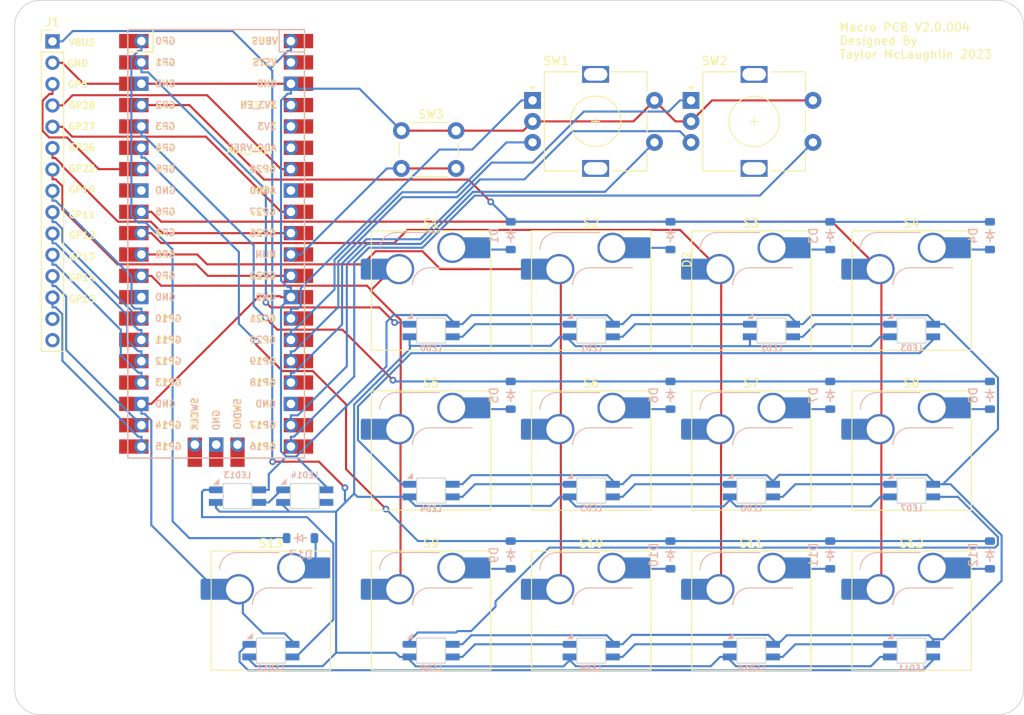
<source format=kicad_pcb>
(kicad_pcb (version 20221018) (generator pcbnew)
  (title_block (title "Macro PCB") (date "2023-12-19") (rev "2.0.004"))
  (layers (0 "F.Cu" signal) (31 "B.Cu" signal) (34 "B.Paste" user) (35 "F.Paste" user) (36 "B.SilkS" user "B.Silkscreen") (37 "F.SilkS" user "F.Silkscreen") (38 "B.Mask" user) (39 "F.Mask" user) (44 "Edge.Cuts" user))
  (net 0 "")
  (net 1 "Row 0")
  (net 2 "Net-(D1-A)")
  (net 3 "Net-(D2-A)")
  (net 4 "Net-(D3-A)")
  (net 5 "Net-(D4-A)")
  (net 6 "Row 1")
  (net 7 "Net-(D5-A)")
  (net 8 "Net-(D6-A)")
  (net 9 "Net-(D7-A)")
  (net 10 "Net-(D8-A)")
  (net 11 "Row 2")
  (net 12 "Net-(D9-A)")
  (net 13 "Net-(D10-A)")
  (net 14 "Net-(D11-A)")
  (net 15 "Net-(D12-A)")
  (net 16 "ModePin")
  (net 17 "Net-(D13-A)")
  (net 18 "GND")
  (net 19 "LED Pin")
  (net 20 "VBUS")
  (net 21 "Column 0")
  (net 22 "Column 1")
  (net 23 "Column 2")
  (net 24 "Column 3")
  (net 25 "Encoder 1 Pin A")
  (net 26 "Encoder 1 Pin B")
  (net 27 "Encoder 1 Button")
  (net 28 "Encoder 2 Pin A")
  (net 29 "Encoder 2 Pin B")
  (net 30 "Encoder 2 Button")
  (net 31 "Run")
  (net 43 "GPIO10")
  (net 44 "GPIO11")
  (net 45 "GPIO12")
  (net 46 "GPIO13")
  (net 47 "GPIO5")
  (net 48 "GPIO14")
  (net 49 "GPIO15")
  (net 50 "GPIO28")
  (net 51 "GPIO27")
  (net 52 "GPIO26")
  (net 53 "GPIO22")
  (net 56 "Net-(LED0-DOUT)")
  (net 57 "Net-(LED1-DOUT)")
  (net 58 "Net-(LED2-DOUT)")
  (net 59 "Net-(LED3-DOUT)")
  (net 60 "Net-(LED4-DOUT)")
  (net 61 "Net-(LED5-DOUT)")
  (net 62 "Net-(LED6-DOUT)")
  (net 63 "Net-(LED7-DOUT)")
  (net 64 "Net-(LED8-DOUT)")
  (net 65 "Net-(LED10-DIN)")
  (net 66 "Net-(LED10-DOUT)")
  (net 67 "Net-(LED11-DOUT)")
  (net 68 "Net-(LED13-DOUT)")
  (footprint "Button_Switch_THT:SW_PUSH_6mm_H7.3mm" (layer "F.Cu") (at 102.85 34.0525)
    (fp_text reference "SW3")
    (fp_text value "SW_Push")
  )
  (footprint "ScottoKeebs_Hotswap:Hotswap_MX_Plated_1.00u" (layer "F.Cu") (at 125.425 53.0775)
    (fp_text reference "S2")
    (fp_text value "Keyswitch")
  )
  (footprint "ScottoKeebs_Components:LED_SK6812MINI" (layer "F.Cu") (at 163.525 95.94)
    (fp_text reference "LED11")
    (fp_text value "LED_SK6812MINI" hide)
    (fp_line (start -1.7 -1.5) (end -1.7 1.5) (stroke (width 0.12)) (layer "Edge.Cuts"))
    (fp_line (start -1.7 1.5) (end 1.7 1.5) (stroke (width 0.12)) (layer "Edge.Cuts"))
    (fp_line (start 1.7 -1.5) (end -1.7 -1.5) (stroke (width 0.12)) (layer "Edge.Cuts"))
    (fp_line (start 1.7 1.5) (end 1.7 -1.5) (stroke (width 0.12)) (layer "Edge.Cuts"))
  )
  (footprint "ScottoKeebs_Hotswap:Hotswap_MX_Plated_1.00u" (layer "F.Cu") (at 144.475 72.1275)
    (fp_text reference "S7")
    (fp_text value "Keyswitch")
  )
  (footprint "ScottoKeebs_Components:LED_SK6812MINI" (layer "F.Cu") (at 163.525 76.89)
    (fp_text reference "LED7")
    (fp_text value "LED_SK6812MINI" hide)
    (fp_line (start -1.7 -1.5) (end -1.7 1.5) (stroke (width 0.12)) (layer "Edge.Cuts"))
    (fp_line (start -1.7 1.5) (end 1.7 1.5) (stroke (width 0.12)) (layer "Edge.Cuts"))
    (fp_line (start 1.7 -1.5) (end -1.7 -1.5) (stroke (width 0.12)) (layer "Edge.Cuts"))
    (fp_line (start 1.7 1.5) (end 1.7 -1.5) (stroke (width 0.12)) (layer "Edge.Cuts"))
  )
  (footprint "ScottoKeebs_Components:LED_SK6812MINI" (layer "F.Cu") (at 146.8562 57.84)
    (fp_text reference "LED2")
    (fp_text value "LED_SK6812MINI" hide)
    (fp_line (start -1.7 -1.5) (end -1.7 1.5) (stroke (width 0.12)) (layer "Edge.Cuts"))
    (fp_line (start -1.7 1.5) (end 1.7 1.5) (stroke (width 0.12)) (layer "Edge.Cuts"))
    (fp_line (start 1.7 -1.5) (end -1.7 -1.5) (stroke (width 0.12)) (layer "Edge.Cuts"))
    (fp_line (start 1.7 1.5) (end 1.7 -1.5) (stroke (width 0.12)) (layer "Edge.Cuts"))
  )
  (footprint "ScottoKeebs_Components:LED_SK6812MINI" (layer "F.Cu") (at 144.475 76.89)
    (fp_text reference "LED6")
    (fp_text value "LED_SK6812MINI" hide)
    (fp_line (start -1.7 -1.5) (end -1.7 1.5) (stroke (width 0.12)) (layer "Edge.Cuts"))
    (fp_line (start -1.7 1.5) (end 1.7 1.5) (stroke (width 0.12)) (layer "Edge.Cuts"))
    (fp_line (start 1.7 -1.5) (end -1.7 -1.5) (stroke (width 0.12)) (layer "Edge.Cuts"))
    (fp_line (start 1.7 1.5) (end 1.7 -1.5) (stroke (width 0.12)) (layer "Edge.Cuts"))
  )
  (footprint "ScottoKeebs_Hotswap:Hotswap_MX_Plated_1.00u" (layer "F.Cu") (at 87.325 91.1775)
    (fp_text reference "S13")
    (fp_text value "Keyswitch")
  )
  (footprint "ScottoKeebs_Hotswap:Hotswap_MX_Plated_1.00u" (layer "F.Cu") (at 125.425 91.1775)
    (fp_text reference "S10")
    (fp_text value "Keyswitch")
  )
  (footprint "ScottoKeebs_Components:LED_SK6812MINI" (layer "F.Cu") (at 163.525 57.84)
    (fp_text reference "LED3")
    (fp_text value "LED_SK6812MINI" hide)
    (fp_line (start -1.7 -1.5) (end -1.7 1.5) (stroke (width 0.12)) (layer "Edge.Cuts"))
    (fp_line (start -1.7 1.5) (end 1.7 1.5) (stroke (width 0.12)) (layer "Edge.Cuts"))
    (fp_line (start 1.7 -1.5) (end -1.7 -1.5) (stroke (width 0.12)) (layer "Edge.Cuts"))
    (fp_line (start 1.7 1.5) (end 1.7 -1.5) (stroke (width 0.12)) (layer "Edge.Cuts"))
  )
  (footprint "ScottoKeebs_Hotswap:Hotswap_MX_Plated_1.00u" (layer "F.Cu") (at 163.525 72.1275)
    (fp_text reference "S8")
    (fp_text value "Keyswitch")
  )
  (footprint "Rotary_Encoder:RotaryEncoder_Alps_EC11E-Switch_Vertical_H20mm" (layer "F.Cu") (at 137.3 30.4525)
    (fp_text reference "SW2")
    (fp_text value "RotaryEncoder_Switch")
  )
  (footprint "ScottoKeebs_Components:LED_SK6812MINI" (layer "F.Cu") (at 106.375 95.94)
    (fp_text reference "LED8")
    (fp_text value "LED_SK6812MINI" hide)
    (fp_line (start -1.7 -1.5) (end -1.7 1.5) (stroke (width 0.12)) (layer "Edge.Cuts"))
    (fp_line (start -1.7 1.5) (end 1.7 1.5) (stroke (width 0.12)) (layer "Edge.Cuts"))
    (fp_line (start 1.7 -1.5) (end -1.7 -1.5) (stroke (width 0.12)) (layer "Edge.Cuts"))
    (fp_line (start 1.7 1.5) (end 1.7 -1.5) (stroke (width 0.12)) (layer "Edge.Cuts"))
  )
  (footprint "ScottoKeebs_Components:LED_SK6812MINI" (layer "F.Cu") (at 125.425 95.94)
    (fp_text reference "LED9")
    (fp_text value "LED_SK6812MINI" hide)
    (fp_line (start -1.7 -1.5) (end -1.7 1.5) (stroke (width 0.12)) (layer "Edge.Cuts"))
    (fp_line (start -1.7 1.5) (end 1.7 1.5) (stroke (width 0.12)) (layer "Edge.Cuts"))
    (fp_line (start 1.7 -1.5) (end -1.7 -1.5) (stroke (width 0.12)) (layer "Edge.Cuts"))
    (fp_line (start 1.7 1.5) (end 1.7 -1.5) (stroke (width 0.12)) (layer "Edge.Cuts"))
  )
  (footprint "ScottoKeebs_Hotswap:Hotswap_MX_Plated_1.00u" (layer "F.Cu") (at 106.375 72.1275)
    (fp_text reference "S5")
    (fp_text value "Keyswitch")
  )
  (footprint "ScottoKeebs_Components:LED_SK6812MINI" (layer "F.Cu") (at 144.475 95.94)
    (fp_text reference "LED10")
    (fp_text value "LED_SK6812MINI" hide)
    (fp_line (start -1.7 -1.5) (end -1.7 1.5) (stroke (width 0.12)) (layer "Edge.Cuts"))
    (fp_line (start -1.7 1.5) (end 1.7 1.5) (stroke (width 0.12)) (layer "Edge.Cuts"))
    (fp_line (start 1.7 -1.5) (end -1.7 -1.5) (stroke (width 0.12)) (layer "Edge.Cuts"))
    (fp_line (start 1.7 1.5) (end 1.7 -1.5) (stroke (width 0.12)) (layer "Edge.Cuts"))
  )
  (footprint "ScottoKeebs_Components:LED_SK6812MINI" (layer "F.Cu") (at 83.35 77.5525)
    (fp_text reference "LED13")
    (fp_text value "LED_SK6812MINI" hide)
    (fp_line (start -1.7 -1.5) (end -1.7 1.5) (stroke (width 0.12)) (layer "Edge.Cuts"))
    (fp_line (start -1.7 1.5) (end 1.7 1.5) (stroke (width 0.12)) (layer "Edge.Cuts"))
    (fp_line (start 1.7 -1.5) (end -1.7 -1.5) (stroke (width 0.12)) (layer "Edge.Cuts"))
    (fp_line (start 1.7 1.5) (end 1.7 -1.5) (stroke (width 0.12)) (layer "Edge.Cuts"))
  )
  (footprint "Connector_PinHeader_2.54mm:PinHeader_1x15_P2.54mm_Vertical" (layer "F.Cu") (at 61.35 23.4325)
    (fp_text reference "J1")
    (fp_text value "Conn_01x15_Pin")
  )
  (footprint "ScottoKeebs_Hotswap:Hotswap_MX_Plated_1.00u" (layer "F.Cu") (at 125.425 72.1275)
    (fp_text reference "S6")
    (fp_text value "Keyswitch")
  )
  (footprint "ScottoKeebs_Hotswap:Hotswap_MX_Plated_1.00u" (layer "F.Cu") (at 163.525 91.1775)
    (fp_text reference "S12")
    (fp_text value "Keyswitch")
  )
  (footprint "ScottoKeebs_Hotswap:Hotswap_MX_Plated_1.00u" (layer "F.Cu") (at 106.375 53.0775)
    (fp_text reference "S1")
    (fp_text value "Keyswitch")
  )
  (footprint "ScottoKeebs_Hotswap:Hotswap_MX_Plated_1.00u" (layer "F.Cu") (at 163.525 53.0775)
    (fp_text reference "S4")
    (fp_text value "Keyswitch")
  )
  (footprint "ScottoKeebs_Components:LED_SK6812MINI" (layer "F.Cu") (at 125.425 76.89)
    (fp_text reference "LED5")
    (fp_text value "LED_SK6812MINI" hide)
    (fp_line (start -1.7 -1.5) (end -1.7 1.5) (stroke (width 0.12)) (layer "Edge.Cuts"))
    (fp_line (start -1.7 1.5) (end 1.7 1.5) (stroke (width 0.12)) (layer "Edge.Cuts"))
    (fp_line (start 1.7 -1.5) (end -1.7 -1.5) (stroke (width 0.12)) (layer "Edge.Cuts"))
    (fp_line (start 1.7 1.5) (end 1.7 -1.5) (stroke (width 0.12)) (layer "Edge.Cuts"))
  )
  (footprint "ScottoKeebs_Hotswap:Hotswap_MX_Plated_1.00u" (layer "F.Cu") (at 144.475 53.0775)
    (fp_text reference "S3")
    (fp_text value "Keyswitch")
  )
  (footprint "ScottoKeebs_Components:LED_SK6812MINI" (layer "F.Cu") (at 106.375 57.84)
    (fp_text reference "LED0")
    (fp_text value "LED_SK6812MINI" hide)
    (fp_line (start -1.7 -1.5) (end -1.7 1.5) (stroke (width 0.12)) (layer "Edge.Cuts"))
    (fp_line (start -1.7 1.5) (end 1.7 1.5) (stroke (width 0.12)) (layer "Edge.Cuts"))
    (fp_line (start 1.7 -1.5) (end -1.7 -1.5) (stroke (width 0.12)) (layer "Edge.Cuts"))
    (fp_line (start 1.7 1.5) (end 1.7 -1.5) (stroke (width 0.12)) (layer "Edge.Cuts"))
  )
  (footprint "ScottoKeebs_Components:LED_SK6812MINI" (layer "F.Cu") (at 87.325 95.94)
    (fp_text reference "LED12")
    (fp_text value "LED_SK6812MINI" hide)
    (fp_line (start -1.7 -1.5) (end -1.7 1.5) (stroke (width 0.12)) (layer "Edge.Cuts"))
    (fp_line (start -1.7 1.5) (end 1.7 1.5) (stroke (width 0.12)) (layer "Edge.Cuts"))
    (fp_line (start 1.7 -1.5) (end -1.7 -1.5) (stroke (width 0.12)) (layer "Edge.Cuts"))
    (fp_line (start 1.7 1.5) (end 1.7 -1.5) (stroke (width 0.12)) (layer "Edge.Cuts"))
  )
  (footprint "ScottoKeebs_Components:LED_SK6812MINI" (layer "F.Cu") (at 125.425 57.84)
    (fp_text reference "LED1")
    (fp_text value "LED_SK6812MINI" hide)
    (fp_line (start -1.7 -1.5) (end -1.7 1.5) (stroke (width 0.12)) (layer "Edge.Cuts"))
    (fp_line (start -1.7 1.5) (end 1.7 1.5) (stroke (width 0.12)) (layer "Edge.Cuts"))
    (fp_line (start 1.7 -1.5) (end -1.7 -1.5) (stroke (width 0.12)) (layer "Edge.Cuts"))
    (fp_line (start 1.7 1.5) (end 1.7 -1.5) (stroke (width 0.12)) (layer "Edge.Cuts"))
  )
  (footprint "ScottoKeebs_Components:LED_SK6812MINI" (layer "F.Cu") (at 91.35 77.5525)
    (fp_text reference "LED14")
    (fp_text value "LED_SK6812MINI" hide)
    (fp_line (start -1.7 -1.5) (end -1.7 1.5) (stroke (width 0.12)) (layer "Edge.Cuts"))
    (fp_line (start -1.7 1.5) (end 1.7 1.5) (stroke (width 0.12)) (layer "Edge.Cuts"))
    (fp_line (start 1.7 -1.5) (end -1.7 -1.5) (stroke (width 0.12)) (layer "Edge.Cuts"))
    (fp_line (start 1.7 1.5) (end 1.7 -1.5) (stroke (width 0.12)) (layer "Edge.Cuts"))
  )
  (footprint "ScottoKeebs_Hotswap:Hotswap_MX_Plated_1.00u" (layer "F.Cu") (at 106.375 91.1775)
    (fp_text reference "S9")
    (fp_text value "Keyswitch")
  )
  (footprint "ScottoKeebs_Components:LED_SK6812MINI" (layer "F.Cu") (at 106.375 76.89)
    (fp_text reference "LED4")
    (fp_text value "LED_SK6812MINI" hide)
    (fp_line (start -1.7 -1.5) (end -1.7 1.5) (stroke (width 0.12)) (layer "Edge.Cuts"))
    (fp_line (start -1.7 1.5) (end 1.7 1.5) (stroke (width 0.12)) (layer "Edge.Cuts"))
    (fp_line (start 1.7 -1.5) (end -1.7 -1.5) (stroke (width 0.12)) (layer "Edge.Cuts"))
    (fp_line (start 1.7 1.5) (end 1.7 -1.5) (stroke (width 0.12)) (layer "Edge.Cuts"))
  )
  (footprint "ScottoKeebs_MCU:Raspberry_Pi_Pico" (layer "F.Cu") (at 80.8162 47.5213)
    (fp_text reference "U1" hide)
    (fp_text value "Raspberry_Pi_Pico" hide)
  )
  (footprint "Rotary_Encoder:RotaryEncoder_Alps_EC11E-Switch_Vertical_H20mm" (layer "F.Cu") (at 118.45 30.4525)
    (fp_text reference "SW1")
    (fp_text value "RotaryEncoder_Switch")
  )
  (footprint "ScottoKeebs_Hotswap:Hotswap_MX_Plated_1.00u" (layer "F.Cu") (at 144.475 91.1775)
    (fp_text reference "S11")
    (fp_text value "Keyswitch")
  )
  (footprint "ScottoKeebs_Components:Diode_SOD-123" (layer "B.Cu") (at 90.85 82.5525)
    (fp_text reference "D13")
    (fp_text value "Diode")
  )
  (footprint "ScottoKeebs_Components:Diode_SOD-123" (layer "B.Cu") (at 172.85 84.5525 -90)
    (fp_text reference "D12")
    (fp_text value "Diode")
  )
  (footprint "ScottoKeebs_Components:Diode_SOD-123" (layer "B.Cu") (at 134.85 65.5525 -90)
    (fp_text reference "D6")
    (fp_text value "Diode")
  )
  (footprint "ScottoKeebs_Components:Diode_SOD-123" (layer "B.Cu") (at 134.85 46.5525 -90)
    (fp_text reference "D2")
    (fp_text value "Diode")
  )
  (footprint "ScottoKeebs_Components:Diode_SOD-123" (layer "B.Cu") (at 153.85 46.5525 -90)
    (fp_text reference "D3")
    (fp_text value "Diode")
  )
  (footprint "ScottoKeebs_Components:Diode_SOD-123" (layer "B.Cu") (at 172.85 65.5525 -90)
    (fp_text reference "D8")
    (fp_text value "Diode")
  )
  (footprint "ScottoKeebs_Components:Diode_SOD-123" (layer "B.Cu") (at 115.85 65.5525 -90)
    (fp_text reference "D5")
    (fp_text value "Diode")
  )
  (footprint "ScottoKeebs_Components:Diode_SOD-123" (layer "B.Cu") (at 153.85 65.5525 -90)
    (fp_text reference "D7")
    (fp_text value "Diode")
  )
  (footprint "ScottoKeebs_Components:Diode_SOD-123" (layer "B.Cu") (at 153.85 84.5525 -90)
    (fp_text reference "D11")
    (fp_text value "Diode")
  )
  (footprint "ScottoKeebs_Components:Diode_SOD-123" (layer "B.Cu") (at 134.85 84.5525 -90)
    (fp_text reference "D10")
    (fp_text value "Diode")
  )
  (footprint "ScottoKeebs_Components:Diode_SOD-123" (layer "B.Cu") (at 172.85 46.5525 -90)
    (fp_text reference "D4")
    (fp_text value "Diode")
  )
  (footprint "ScottoKeebs_Components:Diode_SOD-123" (layer "B.Cu") (at 115.85 84.5525 -90)
    (fp_text reference "D9")
    (fp_text value "Diode")
  )
  (footprint "ScottoKeebs_Components:Diode_SOD-123" (layer "B.Cu") (at 115.85 46.5525 -90)
    (fp_text reference "D1")
    (fp_text value "Diode")
  )
  (gr_arc (start 173.84995 18.55255) (mid 175.971286 19.431232) (end 176.84995 21.55255) (stroke (width 0.1)) (layer "Edge.Cuts"))
  (gr_line (start 59.84995 18.55255) (end 173.84995 18.55255) (stroke (width 0.1)) (layer "Edge.Cuts"))
  (gr_line (start 59.84995 103.55255) (end 173.84995 103.55255) (stroke (width 0.1)) (layer "Edge.Cuts"))
  (gr_arc (start 59.84995 103.55255) (mid 57.728644 102.673856) (end 56.84995 100.55255) (stroke (width 0.1)) (layer "Edge.Cuts"))
  (gr_line (start 176.84995 21.55255) (end 176.84995 100.55255) (stroke (width 0.1)) (layer "Edge.Cuts"))
  (gr_arc (start 56.84995 21.55255) (mid 57.72863 19.43123) (end 59.84995 18.55255) (stroke (width 0.1)) (layer "Edge.Cuts"))
  (gr_line (start 56.84995 100.55255) (end 56.84995 21.55255) (stroke (width 0.1)) (layer "Edge.Cuts"))
  (gr_arc (start 176.84995 100.55255) (mid 175.971264 102.673864) (end 173.84995 103.55255) (stroke (width 0.1)) (layer "Edge.Cuts"))
  (gr_text "GP5" (at 64.34995 28.55255) (layer "F.SilkS") (effects (font (size 0.8 0.8))))
  (gr_text "GP22" (at 64.84995 38.55255) (layer "F.SilkS") (effects (font (size 0.8 0.8))))
  (gr_text "GP15" (at 64.84995 54.09255) (layer "F.SilkS") (effects (font (size 0.8 0.8))))
  (gr_text "Macro PCB V2.0.004\nDesigned By \nTaylor McLaughlin 2023" (at 154.84995 25.55255) (layer "F.SilkS") (effects (font (size 1 1)) (justify left bottom)))
  (gr_text "GP26" (at 64.84995 36.05255) (layer "F.SilkS") (effects (font (size 0.8 0.8))))
  (gr_text "GP28" (at 64.84995 31.05255) (layer "F.SilkS") (effects (font (size 0.8 0.8))))
  (gr_text "GP12" (at 64.84995 46.51255) (layer "F.SilkS") (effects (font (size 0.8 0.8))))
  (gr_text "GP27" (at 64.84995 33.55255) (layer "F.SilkS") (effects (font (size 0.8 0.8))))
  (gr_text "GP13" (at 64.84995 49.05255) (layer "F.SilkS") (effects (font (size 0.8 0.8))))
  (gr_text "VBUS" (at 64.84995 23.55255) (layer "F.SilkS") (effects (font (size 0.8 0.8))))
  (gr_text "GP10" (at 64.84995 41.05255) (layer "F.SilkS") (effects (font (size 0.8 0.8))))
  (gr_text "GP14" (at 64.84995 51.55255) (layer "F.SilkS") (effects (font (size 0.8 0.8))))
  (gr_text "GP11" (at 64.84995 44.05255) (layer "F.SilkS") (effects (font (size 0.8 0.8))))
  (gr_text "GND" (at 64.34995 26.05255) (layer "F.SilkS") (effects (font (size 0.8 0.8))))
  (segment (start 71.9262 31.0113) (end 77.6352 31.0113) (width 0.25) (layer "F.Cu") (net 1))
  (segment (start 110.8254 39.8779) (end 113.4719 42.5244) (width 0.25) (layer "F.Cu") (net 1))
  (segment (start 77.6352 31.0113) (end 86.5018 39.8779) (width 0.25) (layer "F.Cu") (net 1))
  (segment (start 86.5018 39.8779) (end 110.8254 39.8779) (width 0.25) (layer "F.Cu") (net 1))
  (via (at 113.4719 42.5244) (size 0.8) (drill 0.4) (layers "F.Cu" "B.Cu") (net 1))
  (segment (start 153.85 44.9025) (end 134.85 44.9025) (width 0.25) (layer "B.Cu") (net 1))
  (segment (start 172.85 44.9025) (end 153.85 44.9025) (width 0.25) (layer "B.Cu") (net 1))
  (segment (start 115.85 44.9025) (end 113.4719 42.5244) (width 0.25) (layer "B.Cu") (net 1))
  (segment (start 134.85 44.9025) (end 115.85 44.9025) (width 0.25) (layer "B.Cu") (net 1))
  (segment (start 115.85 48.2025) (end 111.9 48.2025) (width 0.25) (layer "B.Cu") (net 2))
  (segment (start 111.9 48.2025) (end 111.695 47.9975) (width 0.25) (layer "B.Cu") (net 2))
  (segment (start 111.695 47.9975) (end 108.915 47.9975) (width 0.25) (layer "B.Cu") (net 2))
  (segment (start 134.645 47.9975) (end 130.745 47.9975) (width 0.25) (layer "B.Cu") (net 3))
  (segment (start 134.85 48.2025) (end 134.645 47.9975) (width 0.25) (layer "B.Cu") (net 3))
  (segment (start 130.745 47.9975) (end 127.965 47.9975) (width 0.25) (layer "B.Cu") (net 3))
  (segment (start 153.85 48.2025) (end 150 48.2025) (width 0.25) (layer "B.Cu") (net 4))
  (segment (start 150 48.2025) (end 149.795 47.9975) (width 0.25) (layer "B.Cu") (net 4))
  (segment (start 149.795 47.9975) (end 147.015 47.9975) (width 0.25) (layer "B.Cu") (net 4))
  (segment (start 168.845 47.9975) (end 166.065 47.9975) (width 0.25) (layer "B.Cu") (net 5))
  (segment (start 169.05 48.2025) (end 168.845 47.9975) (width 0.25) (layer "B.Cu") (net 5))
  (segment (start 172.85 48.2025) (end 169.05 48.2025) (width 0.25) (layer "B.Cu") (net 5))
  (segment (start 86.6793 56.3209) (end 88.0967 57.7383) (width 0.25) (layer "F.Cu") (net 6))
  (segment (start 88.0967 57.7383) (end 95.8312 57.7383) (width 0.25) (layer "F.Cu") (net 6))
  (segment (start 95.8312 57.7383) (end 101.8469 63.754) (width 0.25) (layer "F.Cu") (net 6))
  (via (at 86.6793 56.3209) (size 0.8) (drill 0.4) (layers "F.Cu" "B.Cu") (net 6))
  (via (at 101.8469 63.754) (size 0.8) (drill 0.4) (layers "F.Cu" "B.Cu") (net 6))
  (segment (start 71.9262 33.5513) (end 71.9262 34.7266) (width 0.25) (layer "B.Cu") (net 6))
  (segment (start 101.9954 63.9025) (end 101.8469 63.754) (width 0.25) (layer "B.Cu") (net 6))
  (segment (start 153.85 63.9025) (end 172.85 63.9025) (width 0.25) (layer "B.Cu") (net 6))
  (segment (start 72.2935 34.7266) (end 85.2783 47.7114) (width 0.25) (layer "B.Cu") (net 6))
  (segment (start 85.2783 47.7114) (end 85.2783 54.92) (width 0.25) (layer "B.Cu") (net 6))
  (segment (start 134.85 63.9025) (end 153.85 63.9025) (width 0.25) (layer "B.Cu") (net 6))
  (segment (start 71.9262 34.7266) (end 72.2935 34.7266) (width 0.25) (layer "B.Cu") (net 6))
  (segment (start 85.2783 54.92) (end 85.2784 54.92) (width 0.25) (layer "B.Cu") (net 6))
  (segment (start 115.85 63.9025) (end 134.85 63.9025) (width 0.25) (layer "B.Cu") (net 6))
  (segment (start 85.2784 54.92) (end 86.6793 56.3209) (width 0.25) (layer "B.Cu") (net 6))
  (segment (start 115.85 63.9025) (end 101.9954 63.9025) (width 0.25) (layer "B.Cu") (net 6))
  (segment (start 111.695 67.0475) (end 108.915 67.0475) (width 0.25) (layer "B.Cu") (net 7))
  (segment (start 115.85 67.2025) (end 111.85 67.2025) (width 0.25) (layer "B.Cu") (net 7))
  (segment (start 111.85 67.2025) (end 111.695 67.0475) (width 0.25) (layer "B.Cu") (net 7))
  (segment (start 130.745 67.0475) (end 127.965 67.0475) (width 0.25) (layer "B.Cu") (net 8))
  (segment (start 130.9 67.2025) (end 130.745 67.0475) (width 0.25) (layer "B.Cu") (net 8))
  (segment (start 134.85 67.2025) (end 130.9 67.2025) (width 0.25) (layer "B.Cu") (net 8))
  (segment (start 149.795 67.0475) (end 147.015 67.0475) (width 0.25) (layer "B.Cu") (net 9))
  (segment (start 149.95 67.2025) (end 149.795 67.0475) (width 0.25) (layer "B.Cu") (net 9))
  (segment (start 153.85 67.2025) (end 149.95 67.2025) (width 0.25) (layer "B.Cu") (net 9))
  (segment (start 169 67.2025) (end 168.845 67.0475) (width 0.25) (layer "B.Cu") (net 10))
  (segment (start 168.845 67.0475) (end 166.065 67.0475) (width 0.25) (layer "B.Cu") (net 10))
  (segment (start 172.85 67.2025) (end 169 67.2025) (width 0.25) (layer "B.Cu") (net 10))
  (segment (start 92.309 62.6667) (end 96.2631 66.6208) (width 0.25) (layer "F.Cu") (net 11))
  (segment (start 96.2631 74.3418) (end 101.0115 79.0902) (width 0.25) (layer "F.Cu") (net 11))
  (segment (start 96.2631 66.6208) (end 96.2631 74.3418) (width 0.25) (layer "F.Cu") (net 11))
  (segment (start 88.7067 62.6667) (end 92.309 62.6667) (width 0.25) (layer "F.Cu") (net 11))
  (segment (start 85.5861 59.1151) (end 85.5861 59.5461) (width 0.25) (layer "F.Cu") (net 11))
  (segment (start 85.5861 59.5461) (end 88.7067 62.6667) (width 0.25) (layer "F.Cu") (net 11))
  (via (at 85.5861 59.1151) (size 0.8) (drill 0.4) (layers "F.Cu" "B.Cu") (net 11))
  (via (at 101.0115 79.0902) (size 0.8) (drill 0.4) (layers "F.Cu" "B.Cu") (net 11))
  (segment (start 72.2935 37.2666) (end 83.5173 48.4904) (width 0.25) (layer "B.Cu") (net 11))
  (segment (start 71.9262 37.2666) (end 72.2935 37.2666) (width 0.25) (layer "B.Cu") (net 11))
  (segment (start 83.5173 57.0463) (end 85.5861 59.1151) (width 0.25) (layer "B.Cu") (net 11))
  (segment (start 104.8238 82.9025) (end 115.85 82.9025) (width 0.25) (layer "B.Cu") (net 11))
  (segment (start 115.85 82.9025) (end 134.85 82.9025) (width 0.25) (layer "B.Cu") (net 11))
  (segment (start 83.5173 48.4904) (end 83.5173 57.0463) (width 0.25) (layer "B.Cu") (net 11))
  (segment (start 153.85 82.9025) (end 172.85 82.9025) (width 0.25) (layer "B.Cu") (net 11))
  (segment (start 101.0115 79.0902) (end 104.8238 82.9025) (width 0.25) (layer "B.Cu") (net 11))
  (segment (start 71.9262 36.0913) (end 71.9262 37.2666) (width 0.25) (layer "B.Cu") (net 11))
  (segment (start 134.85 82.9025) (end 153.85 82.9025) (width 0.25) (layer "B.Cu") (net 11))
  (segment (start 115.85 86.2025) (end 111.8 86.2025) (width 0.25) (layer "B.Cu") (net 12))
  (segment (start 111.8 86.2025) (end 111.695 86.0975) (width 0.25) (layer "B.Cu") (net 12))
  (segment (start 111.695 86.0975) (end 108.915 86.0975) (width 0.25) (layer "B.Cu") (net 12))
  (segment (start 134.85 86.2025) (end 130.85 86.2025) (width 0.25) (layer "B.Cu") (net 13))
  (segment (start 130.85 86.2025) (end 130.745 86.0975) (width 0.25) (layer "B.Cu") (net 13))
  (segment (start 130.745 86.0975) (end 127.965 86.0975) (width 0.25) (layer "B.Cu") (net 13))
  (segment (start 149.795 86.0975) (end 147.015 86.0975) (width 0.25) (layer "B.Cu") (net 14))
  (segment (start 149.9 86.2025) (end 149.795 86.0975) (width 0.25) (layer "B.Cu") (net 14))
  (segment (start 153.85 86.2025) (end 149.9 86.2025) (width 0.25) (layer "B.Cu") (net 14))
  (segment (start 168.95 86.2025) (end 168.845 86.0975) (width 0.25) (layer "B.Cu") (net 15))
  (segment (start 172.85 86.2025) (end 168.95 86.2025) (width 0.25) (layer "B.Cu") (net 15))
  (segment (start 168.845 86.0975) (end 166.065 86.0975) (width 0.25) (layer "B.Cu") (net 15))
  (segment (start 75.6324 48.2006) (end 75.6324 80.5534) (width 0.25) (layer "B.Cu") (net 16))
  (segment (start 71.9262 23.3913) (end 71.9262 24.5666) (width 0.25) (layer "B.Cu") (net 16))
  (segment (start 72.4131 44.9813) (end 75.6324 48.2006) (width 0.25) (layer "B.Cu") (net 16))
  (segment (start 71.9262 24.5666) (end 71.5589 24.5666) (width 0.25) (layer "B.Cu") (net 16))
  (segment (start 75.6324 80.5534) (end 77.6315 82.5525) (width 0.25) (layer "B.Cu") (net 16))
  (segment (start 70.7319 44.1854) (end 71.5278 44.9813) (width 0.25) (layer "B.Cu") (net 16))
  (segment (start 71.5278 44.9813) (end 72.4131 44.9813) (width 0.25) (layer "B.Cu") (net 16))
  (segment (start 71.5589 24.5666) (end 70.7319 25.3936) (width 0.25) (layer "B.Cu") (net 16))
  (segment (start 77.6315 82.5525) (end 89.2 82.5525) (width 0.25) (layer "B.Cu") (net 16))
  (segment (start 70.7319 25.3936) (end 70.7319 44.1854) (width 0.25) (layer "B.Cu") (net 16))
  (segment (start 92.5 82.5525) (end 92.645 82.6975) (width 0.25) (layer "B.Cu") (net 17))
  (segment (start 92.645 82.6975) (end 92.645 86.0975) (width 0.25) (layer "B.Cu") (net 17))
  (segment (start 92.645 86.0975) (end 89.865 86.0975) (width 0.25) (layer "B.Cu") (net 17))
  (segment (start 132.95 30.4525) (end 135.45 32.9525) (width 0.25) (layer "F.Cu") (net 18))
  (segment (start 117.35 34.0525) (end 109.35 34.0525) (width 0.25) (layer "F.Cu") (net 18))
  (segment (start 135.45 32.9525) (end 137.3 32.9525) (width 0.25) (layer "F.Cu") (net 18))
  (segment (start 151.8 30.4525) (end 139.8 30.4525) (width 0.25) (layer "F.Cu") (net 18))
  (segment (start 118.45 32.9525) (end 130.45 32.9525) (width 0.25) (layer "F.Cu") (net 18))
  (segment (start 88.5309 53.8713) (end 88.4183 53.7587) (width 0.25) (layer "F.Cu") (net 18))
  (segment (start 109.35 34.0525) (end 102.85 34.0525) (width 0.25) (layer "F.Cu") (net 18))
  (segment (start 85.9141 53.7587) (end 73.1015 66.5713) (width 0.25) (layer "F.Cu") (net 18))
  (segment (start 62.5253 25.9725) (end 65.0241 28.4713) (width 0.25) (layer "F.Cu") (net 18))
  (segment (start 130.45 32.9525) (end 132.95 30.4525) (width 0.25) (layer "F.Cu") (net 18))
  (segment (start 61.35 25.9725) (end 62.5253 25.9725) (width 0.25) (layer "F.Cu") (net 18))
  (segment (start 139.8 30.4525) (end 137.3 32.9525) (width 0.25) (layer "F.Cu") (net 18))
  (segment (start 71.9262 28.4713) (end 89.7062 28.4713) (width 0.25) (layer "F.Cu") (net 18))
  (segment (start 88.4183 53.7587) (end 85.9141 53.7587) (width 0.25) (layer "F.Cu") (net 18))
  (segment (start 89.7062 53.8713) (end 88.5309 53.8713) (width 0.25) (layer "F.Cu") (net 18))
  (segment (start 118.45 32.9525) (end 117.35 34.0525) (width 0.25) (layer "F.Cu") (net 18))
  (segment (start 65.0241 28.4713) (end 71.9262 28.4713) (width 0.25) (layer "F.Cu") (net 18))
  (segment (start 71.9262 66.5713) (end 73.1015 66.5713) (width 0.25) (layer "F.Cu") (net 18))
  (segment (start 167.2503 76.14) (end 173.8056 69.5847) (width 0.25) (layer "B.Cu") (net 18))
  (segment (start 85.9 76.8025) (end 87.0753 76.8025) (width 0.25) (layer "B.Cu") (net 18))
  (segment (start 166.075 94.5833) (end 166.075 95.19) (width 0.25) (layer "B.Cu") (net 18))
  (segment (start 73.1015 80.999) (end 80.74 88.6375) (width 0.25) (layer "B.Cu") (net 18))
  (segment (start 147.6127 95.19) (end 148.6895 94.1132) (width 0.25) (layer "B.Cu") (net 18))
  (segment (start 147.783 75.0218) (end 147.025 75.7798) (width 0.25) (layer "B.Cu") (net 18))
  (segment (start 174.2376 87.6243) (end 174.2376 82.2182) (width 0.25) (layer "B.Cu") (net 18))
  (segment (start 127.975 95.19) (end 129.1503 95.19) (width 0.25) (layer "B.Cu") (net 18))
  (segment (start 73.1015 68.5545) (end 73.1015 80.999) (width 0.25) (layer "B.Cu") (net 18))
  (segment (start 127.975 94.83) (end 127.975 95.19) (width 0.25) (layer "B.Cu") (net 18))
  (segment (start 89.7062 28.4713) (end 89.7062 29.0589) (width 0.25) (layer "B.Cu") (net 18))
  (segment (start 127.2597 94.1147) (end 127.975 94.83) (width 0.25) (layer "B.Cu") (net 18))
  (segment (start 88.5278 55.0497) (end 89.7062 53.8713) (width 0.25) (layer "B.Cu") (net 18))
  (segment (start 88.5309 30.4546) (end 88.5309 51.8881) (width 0.25) (layer "B.Cu") (net 18))
  (segment (start 174.2376 82.2182) (end 168.1594 76.14) (width 0.25) (layer "B.Cu") (net 18))
  (segment (start 83.515 88.6375) (end 80.74 88.6375) (width 0.25) (layer "B.Cu") (net 18))
  (segment (start 111.1796 75.0607) (end 127.337 75.0607) (width 0.25) (layer "B.Cu") (net 18))
  (segment (start 108.925 56.73) (end 108.1962 56.0012) (width 0.25) (layer "B.Cu") (net 18))
  (segment (start 108.925 57.09) (end 110.1003 57.09) (width 0.25) (layer "B.Cu") (net 18))
  (segment (start 127.2922 56.0144) (end 111.1759 56.0144) (width 0.25) (layer "B.Cu") (net 18))
  (segment (start 88.5309 51.8881) (end 89.3388 52.696) (width 0.25) (layer "B.Cu") (net 18))
  (segment (start 108.1962 56.0012) (end 101.9024 56.0012) (width 0.25) (layer "B.Cu") (net 18))
  (segment (start 87.0753 76.8025) (end 87.0753 74.9296) (width 0.25) (layer "B.Cu") (net 18))
  (segment (start 93.9 76.4214) (end 90.3244 72.8458) (width 0.25) (layer "B.Cu") (net 18))
  (segment (start 127.975 75.6987) (end 127.975 76.14) (width 0.25) (layer "B.Cu") (net 18))
  (segment (start 129.1503 76.14) (end 130.2256 75.0647) (width 0.25) (layer "B.Cu") (net 18))
  (segment (start 173.8056 69.5847) (end 173.8056 63.4699) (width 0.25) (layer "B.Cu") (net 18))
  (segment (start 147.025 95.19) (end 147.6127 95.19) (width 0.25) (layer "B.Cu") (net 18))
  (segment (start 101.0757 56.8279) (end 101.0757 62.0945) (width 0.25) (layer "B.Cu") (net 18))
  (segment (start 87.0753 74.9296) (end 89.1591 72.8458) (width 0.25) (layer "B.Cu") (net 18))
  (segment (start 72.2936 67.7466) (end 73.1015 68.5545) (width 0.25) (layer "B.Cu") (net 18))
  (segment (start 71.9262 67.7466) (end 72.2936 67.7466) (width 0.25) (layer "B.Cu") (net 18))
  (segment (start 127.337 75.0607) (end 127.975 75.6987) (width 0.25) (layer "B.Cu") (net 18))
  (segment (start 101.9024 56.0012) (end 101.0757 56.8279) (width 0.25) (layer "B.Cu") (net 18))
  (segment (start 146.3099 75.0647) (end 147.025 75.7798) (width 0.25) (layer "B.Cu") (net 18))
  (segment (start 127.975 76.14) (end 129.1503 76.14) (width 0.25) (layer "B.Cu") (net 18))
  (segment (start 129.1503 57.09) (end 130.2449 55.9954) (width 0.25) (layer "B.Cu") (net 18))
  (segment (start 147.025 75.7798) (end 147.025 76.14) (width 0.25) (layer "B.Cu") (net 18))
  (segment (start 110.1003 76.14) (end 111.1796 75.0607) (width 0.25) (layer "B.Cu") (net 18))
  (segment (start 127.975 57.09) (end 129.1503 57.09) (width 0.25) (layer "B.Cu") (net 18))
  (segment (start 88.9379 93.8896) (end 86.3867 93.8896) (width 0.25) (layer "B.Cu") (net 18))
  (segment (start 166.075 75.7597) (end 165.3371 75.0218) (width 0.25) (layer "B.Cu") (net 18))
  (segment (start 89.875 94.8267) (end 88.9379 93.8896) (width 0.25) (layer "B.Cu") (net 18))
  (segment (start 86.3867 93.8896) (end 83.9896 91.4925) (width 0.25) (layer "B.Cu") (net 18))
  (segment (start 88.5278 72.2145) (end 88.5278 55.0497) (width 0.25) (layer "B.Cu") (net 18))
  (segment (start 166.075 76.14) (end 166.075 75.7597) (width 0.25) (layer "B.Cu") (net 18))
  (segment (start 89.7062 29.0589) (end 97.8564 29.0589) (width 0.25) (layer "B.Cu") (net 18))
  (segment (start 150.0146 57.09) (end 150.5815 57.09) (width 0.25) (layer "B.Cu") (net 18))
  (segment (start 111.1756 94.1147) (end 127.2597 94.1147) (width 0.25) (layer "B.Cu") (net 18))
  (segment (start 108.925 76.14) (end 110.1003 76.14) (width 0.25) (layer "B.Cu") (net 18))
  (segment (start 89.1591 72.8458) (end 90.3244 72.8458) (width 0.25) (layer "B.Cu") (net 18))
  (segment (start 110.1003 95.19) (end 111.1756 94.1147) (width 0.25) (layer "B.Cu") (net 18))
  (segment (start 151.6611 56.0104) (end 165.4368 56.0104) (width 0.25) (layer "B.Cu") (net 18))
  (segment (start 93.9 76.8025) (end 93.9 76.4214) (width 0.25) (layer "B.Cu") (net 18))
  (segment (start 130.2721 94.0682) (end 129.1503 95.19) (width 0.25) (layer "B.Cu") (net 18))
  (segment (start 89.3389 29.6466) (end 88.5309 30.4546) (width 0.25) (layer "B.Cu") (net 18))
  (segment (start 89.1591 72.8458) (end 88.5278 72.2145) (width 0.25) (layer "B.Cu") (net 18))
  (segment (start 150.5815 57.09) (end 151.6611 56.0104) (width 0.25) (layer "B.Cu") (net 18))
  (segment (start 127.975 56.6972) (end 127.2922 56.0144) (width 0.25) (layer "B.Cu") (net 18))
  (segment (start 165.3371 75.0218) (end 147.783 75.0218) (width 0.25) (layer "B.Cu") (net 18))
  (segment (start 89.875 95.19) (end 89.875 94.8267) (width 0.25) (layer "B.Cu") (net 18))
  (segment (start 111.1759 56.0144) (end 110.1003 57.09) (width 0.25) (layer "B.Cu") (net 18))
  (segment (start 165.4368 56.0104) (end 166.075 56.6486) (width 0.25) (layer "B.Cu") (net 18))
  (segment (start 130.2256 75.0647) (end 146.3099 75.0647) (width 0.25) (layer "B.Cu") (net 18))
  (segment (start 108.925 95.19) (end 110.1003 95.19) (width 0.25) (layer "B.Cu") (net 18))
  (segment (start 166.075 56.6486) (end 166.075 57.09) (width 0.25) (layer "B.Cu") (net 18))
  (segment (start 97.8564 29.0589) (end 102.85 34.0525) (width 0.25) (layer "B.Cu") (net 18))
  (segment (start 130.2449 55.9954) (end 148.92 55.9954) (width 0.25) (layer "B.Cu") (net 18))
  (segment (start 166.075 76.14) (end 167.2503 76.14) (width 0.25) (layer "B.Cu") (net 18))
  (segment (start 167.4257 57.09) (end 166.075 57.09) (width 0.25) (layer "B.Cu") (net 18))
  (segment (start 89.7062 53.8713) (end 89.7062 52.696) (width 0.25) (layer "B.Cu") (net 18))
  (segment (start 71.9262 66.5713) (end 71.9262 67.7466) (width 0.25) (layer "B.Cu") (net 18))
  (segment (start 148.92 55.9954) (end 150.0146 57.09) (width 0.25) (layer "B.Cu") (net 18))
  (segment (start 83.9896 91.4925) (end 83.9896 89.1121) (width 0.25) (layer "B.Cu") (net 18))
  (segment (start 89.3388 52.696) (end 89.7062 52.696) (width 0.25) (layer "B.Cu") (net 18))
  (segment (start 168.1594 76.14) (end 167.2503 76.14) (width 0.25) (layer "B.Cu") (net 18))
  (segment (start 101.0757 62.0945) (end 90.3244 72.8458) (width 0.25) (layer "B.Cu") (net 18))
  (segment (start 83.9896 89.1121) (end 83.515 88.6375) (width 0.25) (layer "B.Cu") (net 18))
  (segment (start 146.4909 94.0682) (end 130.2721 94.0682) (width 0.25) (layer "B.Cu") (net 18))
  (segment (start 127.975 57.09) (end 127.975 56.6972) (width 0.25) (layer "B.Cu") (net 18))
  (segment (start 89.7062 29.6466) (end 89.3389 29.6466) (width 0.25) (layer "B.Cu") (net 18))
  (segment (start 108.925 57.09) (end 108.925 56.73) (width 0.25) (layer "B.Cu") (net 18))
  (segment (start 89.7062 29.0589) (end 89.7062 29.6466) (width 0.25) (layer "B.Cu") (net 18))
  (segment (start 148.6895 94.1132) (end 165.6049 94.1132) (width 0.25) (layer "B.Cu") (net 18))
  (segment (start 173.8056 63.4699) (end 167.4257 57.09) (width 0.25) (layer "B.Cu") (net 18))
  (segment (start 147.6127 95.19) (end 146.4909 94.0682) (width 0.25) (layer "B.Cu") (net 18))
  (segment (start 167.2786 94.5833) (end 174.2376 87.6243) (width 0.25) (layer "B.Cu") (net 18))
  (segment (start 165.6049 94.1132) (end 166.075 94.5833) (width 0.25) (layer "B.Cu") (net 18))
  (segment (start 149.4062 57.09) (end 150.0146 57.09) (width 0.25) (layer "B.Cu") (net 18))
  (segment (start 166.075 94.5833) (end 167.2786 94.5833) (width 0.25) (layer "B.Cu") (net 18))
  (segment (start 86.7295 54.484) (end 87.3404 55.0949) (width 0.25) (layer "F.Cu") (net 19))
  (segment (start 100.2444 55.0949) (end 102.0394 56.8899) (width 0.25) (layer "F.Cu") (net 19))
  (segment (start 87.3404 55.0949) (end 100.2444 55.0949) (width 0.25) (layer "F.Cu") (net 19))
  (via (at 86.7295 54.484) (size 0.8) (drill 0.4) (layers "F.Cu" "B.Cu") (net 19))
  (via (at 102.0394 56.8899) (size 0.8) (drill 0.4) (layers "F.Cu" "B.Cu") (net 19))
  (segment (start 72.7342 27.1066) (end 86.7295 41.1019) (width 0.25) (layer "B.Cu") (net 19))
  (segment (start 103.6249 56.8899) (end 103.825 57.09) (width 0.25) (layer "B.Cu") (net 19))
  (segment (start 102.0394 56.8899) (end 103.6249 56.8899) (width 0.25) (layer "B.Cu") (net 19))
  (segment (start 71.9262 27.1066) (end 72.7342 27.1066) (width 0.25) (layer "B.Cu") (net 19))
  (segment (start 71.9262 25.9313) (end 71.9262 27.1066) (width 0.25) (layer "B.Cu") (net 19))
  (segment (start 86.7295 41.1019) (end 86.7295 54.484) (width 0.25) (layer "B.Cu") (net 19))
  (segment (start 87.529651 73.450651) (end 93.029651 73.450651) (width 0.25) (layer "F.Cu") (net 20))
  (segment (start 93.029651 73.450651) (end 96.1324 76.5534) (width 0.25) (layer "F.Cu") (net 20))
  (via (at 96.1324 76.5534) (size 0.8) (drill 0.4) (layers "F.Cu" "B.Cu") (net 20))
  (via (at 87.529651 73.450651) (size 0.8) (drill 0.4) (layers "F.Cu" "B.Cu") (net 20))
  (segment (start 123.6002 97.7978) (end 122.875 97.0726) (width 0.25) (layer "B.Cu") (net 20))
  (segment (start 123.6173 78.7916) (end 122.875 78.0493) (width 0.25) (layer "B.Cu") (net 20))
  (segment (start 160.975 58.59) (end 159.7997 58.59) (width 0.25) (layer "B.Cu") (net 20))
  (segment (start 122.875 97.0726) (end 122.875 96.69) (width 0.25) (layer "B.Cu") (net 20))
  (segment (start 87.488 73.409) (end 87.529651 73.450651) (width 0.25) (layer "B.Cu") (net 20))
  (segment (start 96.1324 78.0534) (end 96.27885 78.19985) (width 0.25) (layer "B.Cu") (net 20))
  (segment (start 90.315 96.69) (end 94.745 92.26) (width 0.25) (layer "B.Cu") (net 20))
  (segment (start 158.692 97.7977) (end 142.6501 97.7977) (width 0.25) (layer "B.Cu") (net 20))
  (segment (start 89.3389 24.5666) (end 87.2453 26.6602) (width 0.25) (layer "B.Cu") (net 20))
  (segment (start 158.6701 78.7696) (end 142.6811 78.7696) (width 0.25) (layer "B.Cu") (net 20))
  (segment (start 103.825 96.69) (end 102.6497 96.69) (width 0.25) (layer "B.Cu") (net 20))
  (segment (start 96.27885 78.19985) (end 97.2327 77.246) (width 0.25) (layer "B.Cu") (net 20))
  (segment (start 103.8701 59.6655) (end 120.6242 59.6655) (width 0.25) (layer "B.Cu") (net 20))
  (segment (start 95.0811 96.1954) (end 102.1551 96.1954) (width 0.25) (layer "B.Cu") (net 20))
  (segment (start 81.2351 79.3976) (end 80.8 78.9625) (width 0.25) (layer "B.Cu") (net 20))
  (segment (start 79.3833 76.8025) (end 80.8 76.8025) (width 0.25) (layer "B.Cu") (net 20))
  (segment (start 122.129 97.8186) (end 104.5761 97.8186) (width 0.25) (layer "B.Cu") (net 20))
  (segment (start 82.786 22.2009) (end 87.2453 26.6602) (width 0.25) (layer "B.Cu") (net 20))
  (segment (start 141.925 97.0726) (end 141.925 96.69) (width 0.25) (layer "B.Cu") (net 20))
  (segment (start 87.488 69.7544) (end 87.488 26.9029) (width 0.25) (layer "B.Cu") (net 20))
  (segment (start 142.6501 97.7977) (end 141.925 97.0726) (width 0.25) (layer "B.Cu") (net 20))
  (segment (start 103.8701 60.0151) (end 97.2327 66.6525) (width 0.25) (layer "B.Cu") (net 20))
  (segment (start 103.825 77.64) (end 103.825 78.0203) (width 0.25) (layer "B.Cu") (net 20))
  (segment (start 61.35 23.4325) (end 62.5253 23.4325) (width 0.25) (layer "B.Cu") (net 20))
  (segment (start 144.3062 59.7032) (end 123.5578 59.7032) (width 0.25) (layer "B.Cu") (net 20))
  (segment (start 122.875 77.64) (end 121.6997 77.64) (width 0.25) (layer "B.Cu") (net 20))
  (segment (start 89.535 79.3976) (end 95.0811 79.3976) (width 0.25) (layer "B.Cu") (net 20))
  (segment (start 88.7499 78.6125) (end 89.535 79.3976) (width 0.25) (layer "B.Cu") (net 20))
  (segment (start 141.925 78.0135) (end 141.1469 78.7916) (width 0.25) (layer "B.Cu") (net 20))
  (segment (start 79.1324 80.0534) (end 79.1324 77.0534) (width 0.25) (layer "B.Cu") (net 20))
  (segment (start 159.7997 96.69) (end 158.692 97.7977) (width 0.25) (layer "B.Cu") (net 20))
  (segment (start 103.825 77.64) (end 102.6497 77.64) (width 0.25) (layer "B.Cu") (net 20))
  (segment (start 94.745 83.166) (end 91.6324 80.0534) (width 0.25) (layer "B.Cu") (net 20))
  (segment (start 63.7569 22.2009) (end 82.786 22.2009) (width 0.25) (layer "B.Cu") (net 20))
  (segment (start 88.7499 78.3526) (end 88.8 78.3025) (width 0.25) (layer "B.Cu") (net 20))
  (segment (start 160.975 77.64) (end 159.7997 77.64) (width 0.25) (layer "B.Cu") (net 20))
  (segment (start 95.0811 79.3976) (end 96.27885 78.19985) (width 0.25) (layer "B.Cu") (net 20))
  (segment (start 95.0811 79.3976) (end 95.0811 96.1954) (width 0.25) (layer "B.Cu") (net 20))
  (segment (start 144.3062 59.7032) (end 144.3062 58.59) (width 0.25) (layer "B.Cu") (net 20))
  (segment (start 102.1551 96.1954) (end 102.6497 96.69) (width 0.25) (layer "B.Cu") (net 20))
  (segment (start 103.825 58.59) (end 103.825 59.6204) (width 0.25) (layer "B.Cu") (net 20))
  (segment (start 141.925 78.0135) (end 141.925 77.64) (width 0.25) (layer "B.Cu") (net 20))
  (segment (start 122.875 58.59) (end 121.6997 58.59) (width 0.25) (layer "B.Cu") (net 20))
  (segment (start 139.6419 97.7978) (end 123.6002 97.7978) (width 0.25) (layer "B.Cu") (net 20))
  (segment (start 104.5761 97.8186) (end 103.825 97.0675) (width 0.25) (layer "B.Cu") (net 20))
  (segment (start 160.975 96.69) (end 159.7997 96.69) (width 0.25) (layer "B.Cu") (net 20))
  (segment (start 104.5202 78.7155) (end 120.6242 78.7155) (width 0.25) (layer "B.Cu") (net 20))
  (segment (start 80.8 78.9625) (end 80.8 78.3025) (width 0.25) (layer "B.Cu") (net 20))
  (segment (start 91.6324 80.0534) (end 79.1324 80.0534) (width 0.25) (layer "B.Cu") (net 20))
  (segment (start 120.6242 59.6655) (end 121.6997 58.59) (width 0.25) (layer "B.Cu") (net 20))
  (segment (start 97.6267 77.64) (end 102.6497 77.64) (width 0.25) (layer "B.Cu") (net 20))
  (segment (start 88.7499 78.6125) (end 88.7499 78.3526) (width 0.25) (layer "B.Cu") (net 20))
  (segment (start 120.6242 78.7155) (end 121.6997 77.64) (width 0.25) (layer "B.Cu") (net 20))
  (segment (start 122.875 97.0726) (end 122.129 97.8186) (width 0.25) (layer "B.Cu") (net 20))
  (segment (start 140.7497 96.69) (end 139.6419 97.7978) (width 0.25) (layer "B.Cu") (net 20))
  (segment (start 159.7997 58.59) (end 158.6865 59.7032) (width 0.25) (layer "B.Cu") (net 20))
  (segment (start 97.2327 77.246) (end 97.6267 77.64) (width 0.25) (layer "B.Cu") (net 20))
  (segment (start 62.5253 23.4325) (end 63.7569 22.2009) (width 0.25) (layer "B.Cu") (net 20))
  (segment (start 142.6811 78.7696) (end 141.925 78.0135) (width 0.25) (layer "B.Cu") (net 20))
  (segment (start 141.925 96.69) (end 140.7497 96.69) (width 0.25) (layer "B.Cu") (net 20))
  (segment (start 79.1324 77.0534) (end 79.3833 76.8025) (width 0.25) (layer "B.Cu") (net 20))
  (segment (start 93.4787 97.7978) (end 85.5225 97.7978) (width 0.25) (layer "B.Cu") (net 20))
  (segment (start 159.7997 77.64) (end 158.6701 78.7696) (width 0.25) (layer "B.Cu") (net 20))
  (segment (start 96.1324 76.5534) (end 96.1324 78.0534) (width 0.25) (layer "B.Cu") (net 20))
  (segment (start 141.1469 78.7916) (end 123.6173 78.7916) (width 0.25) (layer "B.Cu") (net 20))
  (segment (start 97.2327 66.6525) (end 97.2327 77.246) (width 0.25) (layer "B.Cu") (net 20))
  (segment (start 103.825 97.0675) (end 103.825 96.69) (width 0.25) (layer "B.Cu") (net 20))
  (segment (start 103.825 59.6204) (end 103.8701 59.6655) (width 0.25) (layer "B.Cu") (net 20))
  (segment (start 94.745 92.26) (end 94.745 83.166) (width 0.25) (layer "B.Cu") (net 20))
  (segment (start 89.875 96.69) (end 90.315 96.69) (width 0.25) (layer "B.Cu") (net 20))
  (segment (start 89.535 79.3976) (end 81.2351 79.3976) (width 0.25) (layer "B.Cu") (net 20))
  (segment (start 84.775 97.0503) (end 84.775 96.69) (width 0.25) (layer "B.Cu") (net 20))
  (segment (start 158.6865 59.7032) (end 144.3062 59.7032) (width 0.25) (layer "B.Cu") (net 20))
  (segment (start 103.8701 59.6655) (end 103.8701 60.0151) (width 0.25) (layer "B.Cu") (net 20))
  (segment (start 87.488 69.7544) (end 87.488 73.409) (width 0.25) (layer "B.Cu") (net 20))
  (segment (start 95.0811 96.1954) (end 93.4787 97.7978) (width 0.25) (layer "B.Cu") (net 20))
  (segment (start 85.5225 97.7978) (end 84.775 97.0503) (width 0.25) (layer "B.Cu") (net 20))
  (segment (start 89.7062 23.3913) (end 89.7062 24.5666) (width 0.25) (layer "B.Cu") (net 20))
  (segment (start 122.875 59.0204) (end 122.875 58.59) (width 0.25) (layer "B.Cu") (net 20))
  (segment (start 89.7062 24.5666) (end 89.3389 24.5666) (width 0.25) (layer "B.Cu") (net 20))
  (segment (start 103.825 78.0203) (end 104.5202 78.7155) (width 0.25) (layer "B.Cu") (net 20))
  (segment (start 122.875 78.0493) (end 122.875 77.64) (width 0.25) (layer "B.Cu") (net 20))
  (segment (start 123.5578 59.7032) (end 122.875 59.0204) (width 0.25) (layer "B.Cu") (net 20))
  (segment (start 87.488 26.9029) (end 87.2453 26.6602) (width 0.25) (layer "B.Cu") (net 20))
  (segment (start 102.3399 56.1646) (end 102.2763 56.1646) (width 0.25) (layer "F.Cu") (net 21))
  (segment (start 102.565 88.6375) (end 102.7454 88.4571) (width 0.25) (layer "F.Cu") (net 21))
  (segment (start 71.9262 51.3313) (end 73.1015 51.3313) (width 0.25) (layer "F.Cu") (net 21))
  (segment (start 102.7454 69.7679) (end 102.565 69.5875) (width 0.25) (layer "F.Cu") (net 21))
  (segment (start 102.565 69.5875) (end 102.7647 69.3878) (width 0.25) (layer "F.Cu") (net 21))
  (segment (start 101.734 50.5375) (end 102.565 50.5375) (width 0.25) (layer "F.Cu") (net 21))
  (segment (start 102.7454 88.4571) (end 102.7454 69.7679) (width 0.25) (layer "F.Cu") (net 21))
  (segment (start 102.2763 56.1646) (end 99.2552 53.1435) (width 0.25) (layer "F.Cu") (net 21))
  (segment (start 98.7456 52.5067) (end 74.2769 52.5067) (width 0.25) (layer "F.Cu") (net 21))
  (segment (start 99.2552 53.0163) (end 98.7456 52.5067) (width 0.25) (layer "F.Cu") (net 21))
  (segment (start 102.7647 56.5894) (end 102.3399 56.1646) (width 0.25) (layer "F.Cu") (net 21))
  (segment (start 74.2769 52.5067) (end 73.1015 51.3313) (width 0.25) (layer "F.Cu") (net 21))
  (segment (start 102.7647 69.3878) (end 102.7647 56.5894) (width 0.25) (layer "F.Cu") (net 21))
  (segment (start 99.2552 53.0163) (end 101.734 50.5375) (width 0.25) (layer "F.Cu") (net 21))
  (segment (start 99.2552 53.1435) (end 99.2552 53.0163) (width 0.25) (layer "F.Cu") (net 21))
  (segment (start 102.565 50.5375) (end 99.79 50.5375) (width 0.25) (layer "B.Cu") (net 21))
  (segment (start 102.565 88.6375) (end 99.79 88.6375) (width 0.25) (layer "B.Cu") (net 21))
  (segment (start 99.79 69.5875) (end 102.565 69.5875) (width 0.25) (layer "B.Cu") (net 21))
  (segment (start 121.615 69.5875) (end 121.8074 69.3951) (width 0.25) (layer "F.Cu") (net 22))
  (segment (start 121.615 88.6375) (end 121.8118 88.4407) (width 0.25) (layer "F.Cu") (net 22))
  (segment (start 121.8118 88.4407) (end 121.8118 69.7843) (width 0.25) (layer "F.Cu") (net 22))
  (segment (start 107.4772 50.5375) (end 121.615 50.5375) (width 0.25) (layer "F.Cu") (net 22))
  (segment (start 78.5617 48.7913) (end 79.7371 49.9667) (width 0.25) (layer "F.Cu") (net 22))
  (segment (start 79.7371 49.9667) (end 98.2239 49.9667) (width 0.25) (layer "F.Cu") (net 22))
  (segment (start 121.8074 69.3951) (end 121.8074 50.7299) (width 0.25) (layer "F.Cu") (net 22))
  (segment (start 105.3475 48.4078) (end 107.4772 50.5375) (width 0.25) (layer "F.Cu") (net 22))
  (segment (start 99.7828 48.4078) (end 105.3475 48.4078) (width 0.25) (layer "F.Cu") (net 22))
  (segment (start 98.2239 49.9667) (end 99.7828 48.4078) (width 0.25) (layer "F.Cu") (net 22))
  (segment (start 71.9262 48.7913) (end 78.5617 48.7913) (width 0.25) (layer "F.Cu") (net 22))
  (segment (start 121.8118 69.7843) (end 121.615 69.5875) (width 0.25) (layer "F.Cu") (net 22))
  (segment (start 121.8074 50.7299) (end 121.615 50.5375) (width 0.25) (layer "F.Cu") (net 22))
  (segment (start 121.615 50.5375) (end 118.84 50.5375) (width 0.25) (layer "B.Cu") (net 22))
  (segment (start 121.615 88.6375) (end 118.84 88.6375) (width 0.25) (layer "B.Cu") (net 22))
  (segment (start 121.615 69.5875) (end 118.84 69.5875) (width 0.25) (layer "B.Cu") (net 22))
  (segment (start 103.5621 45.8638) (end 135.9913 45.8638) (width 0.25) (layer "F.Cu") (net 23))
  (segment (start 140.8655 88.437) (end 140.665 88.6375) (width 0.25) (layer "F.Cu") (net 23))
  (segment (start 74.2769 47.4267) (end 101.9992 47.4267) (width 0.25) (layer "F.Cu") (net 23))
  (segment (start 135.9913 45.8638) (end 140.665 50.5375) (width 0.25) (layer "F.Cu") (net 23))
  (segment (start 73.1015 46.2513) (end 74.2769 47.4267) (width 0.25) (layer "F.Cu") (net 23))
  (segment (start 71.9262 46.2513) (end 73.1015 46.2513) (width 0.25) (layer "F.Cu") (net 23))
  (segment (start 101.9992 47.4267) (end 103.5621 45.8638) (width 0.25) (layer "F.Cu") (net 23))
  (segment (start 140.8838 50.7563) (end 140.8838 69.3687) (width 0.25) (layer "F.Cu") (net 23))
  (segment (start 140.665 69.5875) (end 140.8655 69.788) (width 0.25) (layer "F.Cu") (net 23))
  (segment (start 140.665 50.5375) (end 140.8838 50.7563) (width 0.25) (layer "F.Cu") (net 23))
  (segment (start 140.8838 69.3687) (end 140.665 69.5875) (width 0.25) (layer "F.Cu") (net 23))
  (segment (start 140.8655 69.788) (end 140.8655 88.437) (width 0.25) (layer "F.Cu") (net 23))
  (segment (start 140.665 69.5875) (end 137.89 69.5875) (width 0.25) (layer "B.Cu") (net 23))
  (segment (start 137.89 50.5375) (end 140.665 50.5375) (width 0.25) (layer "B.Cu") (net 23))
  (segment (start 140.665 88.6375) (end 137.89 88.6375) (width 0.25) (layer "B.Cu") (net 23))
  (segment (start 159.715 50.5375) (end 159.9381 50.7606) (width 0.25) (layer "F.Cu") (net 24))
  (segment (start 159.9325 69.805) (end 159.9325 88.42) (width 0.25) (layer "F.Cu") (net 24))
  (segment (start 71.9262 43.7113) (end 73.1015 43.7113) (width 0.25) (layer "F.Cu") (net 24))
  (segment (start 159.9381 50.7606) (end 159.9381 69.3644) (width 0.25) (layer "F.Cu") (net 24))
  (segment (start 73.1015 43.7113) (end 74.2768 44.8866) (width 0.25) (layer "F.Cu") (net 24))
  (segment (start 74.2768 44.8866) (end 154.0641 44.8866) (width 0.25) (layer "F.Cu") (net 24))
  (segment (start 159.9381 69.3644) (end 159.715 69.5875) (width 0.25) (layer "F.Cu") (net 24))
  (segment (start 159.9325 88.42) (end 159.715 88.6375) (width 0.25) (layer "F.Cu") (net 24))
  (segment (start 159.715 69.5875) (end 159.9325 69.805) (width 0.25) (layer "F.Cu") (net 24))
  (segment (start 154.0641 44.8866) (end 159.715 50.5375) (width 0.25) (layer "F.Cu") (net 24))
  (segment (start 159.715 50.5375) (end 156.94 50.5375) (width 0.25) (layer "B.Cu") (net 24))
  (segment (start 159.715 88.6375) (end 156.94 88.6375) (width 0.25) (layer "B.Cu") (net 24))
  (segment (start 159.715 69.5875) (end 156.94 69.5875) (width 0.25) (layer "B.Cu") (net 24))
  (segment (start 90.8815 54.8688) (end 90.8815 52.8043) (width 0.25) (layer "B.Cu") (net 25))
  (segment (start 107.3833 36.3025) (end 111.2747 36.3025) (width 0.25) (layer "B.Cu") (net 25))
  (segment (start 118.45 30.4525) (end 117.1247 30.4525) (width 0.25) (layer "B.Cu") (net 25))
  (segment (start 90.8815 52.8043) (end 107.3833 36.3025) (width 0.25) (layer "B.Cu") (net 25))
  (segment (start 89.7062 56.4113) (end 89.7062 55.236) (width 0.25) (layer "B.Cu") (net 25))
  (segment (start 111.2747 36.3025) (end 117.1247 30.4525) (width 0.25) (layer "B.Cu") (net 25))
  (segment (start 90.5143 55.236) (end 90.8815 54.8688) (width 0.25) (layer "B.Cu") (net 25))
  (segment (start 89.7062 55.236) (end 90.5143 55.236) (width 0.25) (layer "B.Cu") (net 25))
  (segment (start 89.7062 58.9513) (end 89.7062 57.776) (width 0.25) (layer "B.Cu") (net 26))
  (segment (start 94.8925 52.957) (end 94.8925 49.4307) (width 0.25) (layer "B.Cu") (net 26))
  (segment (start 94.8925 49.4307) (end 102.936 41.3872) (width 0.25) (layer "B.Cu") (net 26))
  (segment (start 89.7062 57.776) (end 90.0735 57.776) (width 0.25) (layer "B.Cu") (net 26))
  (segment (start 90.0735 57.776) (end 94.8925 52.957) (width 0.25) (layer "B.Cu") (net 26))
  (segment (start 102.936 41.3872) (end 109.4092 41.3872) (width 0.25) (layer "B.Cu") (net 26))
  (segment (start 109.4092 41.3872) (end 115.3439 35.4525) (width 0.25) (layer "B.Cu") (net 26))
  (segment (start 115.3439 35.4525) (end 118.45 35.4525) (width 0.25) (layer "B.Cu") (net 26))
  (segment (start 96.3565 49.9351) (end 98.7553 47.5363) (width 0.25) (layer "B.Cu") (net 27))
  (segment (start 98.7553 47.5363) (end 105.1709 47.5363) (width 0.25) (layer "B.Cu") (net 27))
  (segment (start 96.3565 62.0937) (end 96.3565 49.9351) (width 0.25) (layer "B.Cu") (net 27))
  (segment (start 90.5142 67.936) (end 96.3565 62.0937) (width 0.25) (layer "B.Cu") (net 27))
  (segment (start 127.0703 41.3322) (end 132.95 35.4525) (width 0.25) (layer "B.Cu") (net 27))
  (segment (start 111.375 41.3322) (end 127.0703 41.3322) (width 0.25) (layer "B.Cu") (net 27))
  (segment (start 105.1709 47.5363) (end 111.375 41.3322) (width 0.25) (layer "B.Cu") (net 27))
  (segment (start 89.7062 67.936) (end 90.5142 67.936) (width 0.25) (layer "B.Cu") (net 27))
  (segment (start 89.7062 69.1113) (end 89.7062 67.936) (width 0.25) (layer "B.Cu") (net 27))
  (segment (start 95.3428 55.0467) (end 95.3428 49.6264) (width 0.25) (layer "B.Cu") (net 28))
  (segment (start 89.7062 61.4913) (end 89.7062 60.316) (width 0.25) (layer "B.Cu") (net 28))
  (segment (start 89.7062 60.316) (end 90.0735 60.316) (width 0.25) (layer "B.Cu") (net 28))
  (segment (start 118.4719 37.8558) (end 124.5499 31.7778) (width 0.25) (layer "B.Cu") (net 28))
  (segment (start 137.3 30.4525) (end 135.9747 30.4525) (width 0.25) (layer "B.Cu") (net 28))
  (segment (start 90.0735 60.316) (end 95.3428 55.0467) (width 0.25) (layer "B.Cu") (net 28))
  (segment (start 102.9999 41.9693) (end 109.4641 41.9693) (width 0.25) (layer "B.Cu") (net 28))
  (segment (start 95.3428 49.6264) (end 102.9999 41.9693) (width 0.25) (layer "B.Cu") (net 28))
  (segment (start 109.4641 41.9693) (end 113.5776 37.8558) (width 0.25) (layer "B.Cu") (net 28))
  (segment (start 124.5499 31.7778) (end 134.6494 31.7778) (width 0.25) (layer "B.Cu") (net 28))
  (segment (start 134.6494 31.7778) (end 135.9747 30.4525) (width 0.25) (layer "B.Cu") (net 28))
  (segment (start 113.5776 37.8558) (end 118.4719 37.8558) (width 0.25) (layer "B.Cu") (net 28))
  (segment (start 117.4648 39.8637) (end 112.2066 39.8637) (width 0.25) (layer "B.Cu") (net 29))
  (segment (start 90.0735 62.856) (end 89.7062 62.856) (width 0.25) (layer "B.Cu") (net 29))
  (segment (start 137.3 35.4525) (end 135.968 34.1205) (width 0.25) (layer "B.Cu") (net 29))
  (segment (start 123.208 34.1205) (end 117.4648 39.8637) (width 0.25) (layer "B.Cu") (net 29))
  (segment (start 112.2066 39.8637) (end 105.0911 46.9792) (width 0.25) (layer "B.Cu") (net 29))
  (segment (start 98.6755 46.9792) (end 95.7931 49.8616) (width 0.25) (layer "B.Cu") (net 29))
  (segment (start 95.7931 57.1364) (end 90.0735 62.856) (width 0.25) (layer "B.Cu") (net 29))
  (segment (start 95.7931 49.8616) (end 95.7931 57.1364) (width 0.25) (layer "B.Cu") (net 29))
  (segment (start 105.0911 46.9792) (end 98.6755 46.9792) (width 0.25) (layer "B.Cu") (net 29))
  (segment (start 135.968 34.1205) (end 123.208 34.1205) (width 0.25) (layer "B.Cu") (net 29))
  (segment (start 89.7062 64.0313) (end 89.7062 62.856) (width 0.25) (layer "B.Cu") (net 29))
  (segment (start 89.7062 70.476) (end 90.0735 70.476) (width 0.25) (layer "B.Cu") (net 30))
  (segment (start 98.9801 47.9867) (end 105.3574 47.9867) (width 0.25) (layer "B.Cu") (net 30))
  (segment (start 97.2384 49.7284) (end 98.9801 47.9867) (width 0.25) (layer "B.Cu") (net 30))
  (segment (start 89.7062 71.6513) (end 89.7062 70.476) (width 0.25) (layer "B.Cu") (net 30))
  (segment (start 97.2384 63.3111) (end 97.2384 49.7284) (width 0.25) (layer "B.Cu") (net 30))
  (segment (start 105.3574 47.9867) (end 111.5615 41.7826) (width 0.25) (layer "B.Cu") (net 30))
  (segment (start 145.4699 41.7826) (end 151.8 35.4525) (width 0.25) (layer "B.Cu") (net 30))
  (segment (start 111.5615 41.7826) (end 145.4699 41.7826) (width 0.25) (layer "B.Cu") (net 30))
  (segment (start 90.0735 70.476) (end 97.2384 63.3111) (width 0.25) (layer "B.Cu") (net 30))
  (segment (start 109.35 38.5525) (end 102.85 38.5525) (width 0.25) (layer "F.Cu") (net 31))
  (segment (start 89.7062 48.7913) (end 90.8815 48.7913) (width 0.25) (layer "B.Cu") (net 31))
  (segment (start 101.1203 38.5525) (end 90.8815 48.7913) (width 0.25) (layer "B.Cu") (net 31))
  (segment (start 102.85 38.5525) (end 101.1203 38.5525) (width 0.25) (layer "B.Cu") (net 31))
  (segment (start 61.35 41.2125) (end 61.35 42.3878) (width 0.25) (layer "B.Cu") (net 43))
  (segment (start 71.1181 55.236) (end 71.9262 55.236) (width 0.25) (layer "B.Cu") (net 43))
  (segment (start 70.7509 51.4213) (end 70.7509 54.8688) (width 0.25) (layer "B.Cu") (net 43))
  (segment (start 70.7509 54.8688) (end 71.1181 55.236) (width 0.25) (layer "B.Cu") (net 43))
  (segment (start 61.35 42.3878) (end 61.7174 42.3878) (width 0.25) (layer "B.Cu") (net 43))
  (segment (start 71.9262 56.4113) (end 71.9262 55.236) (width 0.25) (layer "B.Cu") (net 43))
  (segment (start 61.7174 42.3878) (end 70.7509 51.4213) (width 0.25) (layer "B.Cu") (net 43))
  (segment (start 70.7509 56.9681) (end 71.5588 57.776) (width 0.25) (layer "B.Cu") (net 44))
  (segment (start 62.5253 45.7357) (end 62.5253 47.2801) (width 0.25) (layer "B.Cu") (net 44))
  (segment (start 61.35 44.9278) (end 61.7174 44.9278) (width 0.25) (layer "B.Cu") (net 44))
  (segment (start 70.7509 55.5057) (end 70.7509 56.9681) (width 0.25) (layer "B.Cu") (net 44))
  (segment (start 71.5588 57.776) (end 71.9262 57.776) (width 0.25) (layer "B.Cu") (net 44))
  (segment (start 61.35 43.7525) (end 61.35 44.9278) (width 0.25) (layer "B.Cu") (net 44))
  (segment (start 71.9262 58.9513) (end 71.9262 57.776) (width 0.25) (layer "B.Cu") (net 44))
  (segment (start 62.5253 47.2801) (end 70.7509 55.5057) (width 0.25) (layer "B.Cu") (net 44))
  (segment (start 61.7174 44.9278) (end 62.5253 45.7357) (width 0.25) (layer "B.Cu") (net 44))
  (segment (start 61.713 47.4678) (end 70.2383 55.9931) (width 0.25) (layer "B.Cu") (net 45))
  (segment (start 61.35 46.2925) (end 61.35 47.4678) (width 0.25) (layer "B.Cu") (net 45))
  (segment (start 70.2383 58.9954) (end 71.5589 60.316) (width 0.25) (layer "B.Cu") (net 45))
  (segment (start 71.9262 61.4913) (end 71.9262 60.316) (width 0.25) (layer "B.Cu") (net 45))
  (segment (start 61.35 47.4678) (end 61.713 47.4678) (width 0.25) (layer "B.Cu") (net 45))
  (segment (start 70.2383 55.9931) (end 70.2383 58.9954) (width 0.25) (layer "B.Cu") (net 45))
  (segment (start 71.5589 60.316) (end 71.9262 60.316) (width 0.25) (layer "B.Cu") (net 45))
  (segment (start 69.4715 57.762) (end 69.4715 60.7686) (width 0.25) (layer "B.Cu") (net 46))
  (segment (start 71.5589 62.856) (end 71.9262 62.856) (width 0.25) (layer "B.Cu") (net 46))
  (segment (start 61.35 50.0078) (end 61.7173 50.0078) (width 0.25) (layer "B.Cu") (net 46))
  (segment (start 61.7173 50.0078) (end 69.4715 57.762) (width 0.25) (layer "B.Cu") (net 46))
  (segment (start 71.9262 64.0313) (end 71.9262 62.856) (width 0.25) (layer "B.Cu") (net 46))
  (segment (start 61.35 48.8325) (end 61.35 50.0078) (width 0.25) (layer "B.Cu") (net 46))
  (segment (start 69.4715 60.7686) (end 71.5589 62.856) (width 0.25) (layer "B.Cu") (net 46))
  (segment (start 66.8451 38.6313) (end 71.9262 38.6313) (width 0.25) (layer "F.Cu") (net 47))
  (segment (start 61.35 29.6878) (end 60.9827 29.6878) (width 0.25) (layer "F.Cu") (net 47))
  (segment (start 60.9525 34.8625) (end 63.0763 34.8625) (width 0.25) (layer "F.Cu") (net 47))
  (segment (start 60.1576 34.0676) (end 60.9525 34.8625) (width 0.25) (layer "F.Cu") (net 47))
  (segment (start 60.1576 30.5129) (end 60.1576 34.0676) (width 0.25) (layer "F.Cu") (net 47))
  (segment (start 60.9827 29.6878) (end 60.1576 30.5129) (width 0.25) (layer "F.Cu") (net 47))
  (segment (start 61.35 28.5125) (end 61.35 29.6878) (width 0.25) (layer "F.Cu") (net 47))
  (segment (start 63.0763 34.8625) (end 66.8451 38.6313) (width 0.25) (layer "F.Cu") (net 47))
  (segment (start 62.9757 60.1608) (end 71.9262 69.1113) (width 0.25) (layer "B.Cu") (net 48))
  (segment (start 61.35 52.5478) (end 61.7173 52.5478) (width 0.25) (layer "B.Cu") (net 48))
  (segment (start 61.7173 52.5478) (end 62.9757 53.8062) (width 0.25) (layer "B.Cu") (net 48))
  (segment (start 62.9757 53.8062) (end 62.9757 60.1608) (width 0.25) (layer "B.Cu") (net 48))
  (segment (start 61.35 51.3725) (end 61.35 52.5478) (width 0.25) (layer "B.Cu") (net 48))
  (segment (start 71.9262 71.6513) (end 71.9262 70.476) (width 0.25) (layer "B.Cu") (net 49))
  (segment (start 61.35 55.0878) (end 61.7174 55.0878) (width 0.25) (layer "B.Cu") (net 49))
  (segment (start 61.7174 55.0878) (end 62.5253 55.8957) (width 0.25) (layer "B.Cu") (net 49))
  (segment (start 62.5253 55.8957) (end 62.5253 61.4424) (width 0.25) (layer "B.Cu") (net 49))
  (segment (start 71.5589 70.476) (end 71.9262 70.476) (width 0.25) (layer "B.Cu") (net 49))
  (segment (start 62.5253 61.4424) (end 71.5589 70.476) (width 0.25) (layer "B.Cu") (net 49))
  (segment (start 61.35 53.9125) (end 61.35 55.0878) (width 0.25) (layer "B.Cu") (net 49))
  (segment (start 62.5253 31.0525) (end 63.7419 29.8359) (width 0.25) (layer "F.Cu") (net 50))
  (segment (start 89.7062 38.6313) (end 88.5309 38.6313) (width 0.25) (layer "F.Cu") (net 50))
  (segment (start 79.7355 29.8359) (end 88.5309 38.6313) (width 0.25) (layer "F.Cu") (net 50))
  (segment (start 61.35 31.0525) (end 62.5253 31.0525) (width 0.25) (layer "F.Cu") (net 50))
  (segment (start 63.7419 29.8359) (end 79.7355 29.8359) (width 0.25) (layer "F.Cu") (net 50))
  (segment (start 61.35 33.5925) (end 62.5253 33.5925) (width 0.25) (layer "F.Cu") (net 51))
  (segment (start 63.7006 34.7678) (end 79.5874 34.7678) (width 0.25) (layer "F.Cu") (net 51))
  (segment (start 89.7062 43.7113) (end 88.5309 43.7113) (width 0.25) (layer "F.Cu") (net 51))
  (segment (start 79.5874 34.7678) (end 88.5309 43.7113) (width 0.25) (layer "F.Cu") (net 51))
  (segment (start 62.5253 33.5925) (end 63.7006 34.7678) (width 0.25) (layer "F.Cu") (net 51))
  (segment (start 62.5253 38.1537) (end 62.5253 38.2747) (width 0.25) (layer "F.Cu") (net 52))
  (segment (start 62.5253 38.2747) (end 69.1373 44.8867) (width 0.25) (layer "F.Cu") (net 52))
  (segment (start 61.35 36.1325) (end 61.35 37.3078) (width 0.25) (layer "F.Cu") (net 52))
  (segment (start 61.6794 37.3078) (end 62.5253 38.1537) (width 0.25) (layer "F.Cu") (net 52))
  (segment (start 61.35 37.3078) (end 61.6794 37.3078) (width 0.25) (layer "F.Cu") (net 52))
  (segment (start 74.4205 46.2513) (end 89.7062 46.2513) (width 0.25) (layer "F.Cu") (net 52))
  (segment (start 73.0559 44.8867) (end 74.4205 46.2513) (width 0.25) (layer "F.Cu") (net 52))
  (segment (start 69.1373 44.8867) (end 73.0559 44.8867) (width 0.25) (layer "F.Cu") (net 52))
  (segment (start 78.4633 49.9667) (end 79.8279 51.3313) (width 0.25) (layer "F.Cu") (net 53))
  (segment (start 61.35 38.6725) (end 61.35 39.8478) (width 0.25) (layer "F.Cu") (net 53))
  (segment (start 79.8279 51.3313) (end 89.7062 51.3313) (width 0.25) (layer "F.Cu") (net 53))
  (segment (start 61.35 39.8478) (end 61.7174 39.8478) (width 0.25) (layer "F.Cu") (net 53))
  (segment (start 69.0816 49.9667) (end 78.4633 49.9667) (width 0.25) (layer "F.Cu") (net 53))
  (segment (start 62.5253 40.6557) (end 62.5253 43.4104) (width 0.25) (layer "F.Cu") (net 53))
  (segment (start 61.7174 39.8478) (end 62.5253 40.6557) (width 0.25) (layer "F.Cu") (net 53))
  (segment (start 62.5253 43.4104) (end 69.0816 49.9667) (width 0.25) (layer "F.Cu") (net 53))
  (segment (start 110.1003 58.59) (end 111.6003 57.09) (width 0.25) (layer "B.Cu") (net 56))
  (segment (start 108.925 58.59) (end 110.1003 58.59) (width 0.25) (layer "B.Cu") (net 56))
  (segment (start 111.6003 57.09) (end 122.875 57.09) (width 0.25) (layer "B.Cu") (net 56))
  (segment (start 127.975 58.59) (end 129.1503 58.59) (width 0.25) (layer "B.Cu") (net 57))
  (segment (start 129.1503 58.59) (end 130.6503 57.09) (width 0.25) (layer "B.Cu") (net 57))
  (segment (start 130.6503 57.09) (end 144.3062 57.09) (width 0.25) (layer "B.Cu") (net 57))
  (segment (start 152.0815 57.09) (end 160.975 57.09) (width 0.25) (layer "B.Cu") (net 58))
  (segment (start 149.4062 58.59) (end 150.5815 58.59) (width 0.25) (layer "B.Cu") (net 58))
  (segment (start 150.5815 58.59) (end 152.0815 57.09) (width 0.25) (layer "B.Cu") (net 58))
  (segment (start 164.4903 60.5406) (end 104.0041 60.5406) (width 0.25) (layer "B.Cu") (net 59))
  (segment (start 104.0041 60.5406) (end 97.6831 66.8616) (width 0.25) (layer "B.Cu") (net 59))
  (segment (start 166.075 58.59) (end 166.075 58.9559) (width 0.25) (layer "B.Cu") (net 59))
  (segment (start 102.9301 76.14) (end 103.825 76.14) (width 0.25) (layer "B.Cu") (net 59))
  (segment (start 97.6831 70.893) (end 102.9301 76.14) (width 0.25) (layer "B.Cu") (net 59))
  (segment (start 97.6831 66.8616) (end 97.6831 70.893) (width 0.25) (layer "B.Cu") (net 59))
  (segment (start 166.075 58.9559) (end 164.4903 60.5406) (width 0.25) (layer "B.Cu") (net 59))
  (segment (start 108.925 77.64) (end 110.1003 77.64) (width 0.25) (layer "B.Cu") (net 60))
  (segment (start 110.1003 77.64) (end 111.6003 76.14) (width 0.25) (layer "B.Cu") (net 60))
  (segment (start 111.6003 76.14) (end 122.875 76.14) (width 0.25) (layer "B.Cu") (net 60))
  (segment (start 127.975 77.64) (end 129.1503 77.64) (width 0.25) (layer "B.Cu") (net 61))
  (segment (start 130.6503 76.14) (end 129.1503 77.64) (width 0.25) (layer "B.Cu") (net 61))
  (segment (start 141.925 76.14) (end 130.6503 76.14) (width 0.25) (layer "B.Cu") (net 61))
  (segment (start 149.7003 76.14) (end 160.975 76.14) (width 0.25) (layer "B.Cu") (net 62))
  (segment (start 148.2003 77.64) (end 149.7003 76.14) (width 0.25) (layer "B.Cu") (net 62))
  (segment (start 147.025 77.64) (end 148.2003 77.64) (width 0.25) (layer "B.Cu") (net 62))
  (segment (start 173.7873 83.3485) (end 173.4552 83.6806) (width 0.25) (layer "B.Cu") (net 63))
  (segment (start 120.4327 83.6806) (end 114.0439 90.0694) (width 0.25) (layer "B.Cu") (net 63))
  (segment (start 104.7909 93.7828) (end 103.825 94.7487) (width 0.25) (layer "B.Cu") (net 63))
  (segment (start 166.075 77.64) (end 167.2503 77.64) (width 0.25) (layer "B.Cu") (net 63))
  (segment (start 114.0439 90.0694) (end 114.0439 90.7091) (width 0.25) (layer "B.Cu") (net 63))
  (segment (start 109.5313 93.6181) (end 109.3666 93.7828) (width 0.25) (layer "B.Cu") (net 63))
  (segment (start 111.1349 93.6181) (end 109.5313 93.6181) (width 0.25) (layer "B.Cu") (net 63))
  (segment (start 173.4552 83.6806) (end 120.4327 83.6806) (width 0.25) (layer "B.Cu") (net 63))
  (segment (start 103.825 94.7487) (end 103.825 95.19) (width 0.25) (layer "B.Cu") (net 63))
  (segment (start 167.2503 77.64) (end 169.0224 77.64) (width 0.25) (layer "B.Cu") (net 63))
  (segment (start 169.0224 77.64) (end 173.7873 82.4049) (width 0.25) (layer "B.Cu") (net 63))
  (segment (start 173.7873 82.4049) (end 173.7873 83.3485) (width 0.25) (layer "B.Cu") (net 63))
  (segment (start 114.0439 90.7091) (end 111.1349 93.6181) (width 0.25) (layer "B.Cu") (net 63))
  (segment (start 109.3666 93.7828) (end 104.7909 93.7828) (width 0.25) (layer "B.Cu") (net 63))
  (segment (start 108.925 96.69) (end 110.1003 96.69) (width 0.25) (layer "B.Cu") (net 64))
  (segment (start 110.1003 96.69) (end 111.6003 95.19) (width 0.25) (layer "B.Cu") (net 64))
  (segment (start 111.6003 95.19) (end 122.875 95.19) (width 0.25) (layer "B.Cu") (net 64))
  (segment (start 127.975 96.69) (end 129.1503 96.69) (width 0.25) (layer "B.Cu") (net 65))
  (segment (start 130.6503 95.19) (end 141.925 95.19) (width 0.25) (layer "B.Cu") (net 65))
  (segment (start 129.1503 96.69) (end 130.6503 95.19) (width 0.25) (layer "B.Cu") (net 65))
  (segment (start 147.025 96.69) (end 148.2003 96.69) (width 0.25) (layer "B.Cu") (net 66))
  (segment (start 149.7003 95.19) (end 160.975 95.19) (width 0.25) (layer "B.Cu") (net 66))
  (segment (start 148.2003 96.69) (end 149.7003 95.19) (width 0.25) (layer "B.Cu") (net 66))
  (segment (start 166.075 97.0727) (end 166.075 96.69) (width 0.25) (layer "B.Cu") (net 67))
  (segment (start 164.8744 98.2733) (end 166.075 97.0727) (width 0.25) (layer "B.Cu") (net 67))
  (segment (start 84.5545 95.19) (end 83.5996 96.1449) (width 0.25) (layer "B.Cu") (net 67))
  (segment (start 83.5996 96.1449) (end 83.5996 97.268) (width 0.25) (layer "B.Cu") (net 67))
  (segment (start 84.6049 98.2733) (end 164.8744 98.2733) (width 0.25) (layer "B.Cu") (net 67))
  (segment (start 84.775 95.19) (end 84.5545 95.19) (width 0.25) (layer "B.Cu") (net 67))
  (segment (start 83.5996 97.268) (end 84.6049 98.2733) (width 0.25) (layer "B.Cu") (net 67))
  (segment (start 85.9 78.3025) (end 87.0753 78.3025) (width 0.25) (layer "B.Cu") (net 68))
  (segment (start 87.0753 78.3025) (end 88.5753 76.8025) (width 0.25) (layer "B.Cu") (net 68))
  (segment (start 88.5753 76.8025) (end 88.8 76.8025) (width 0.25) (layer "B.Cu") (net 68))
)
</source>
